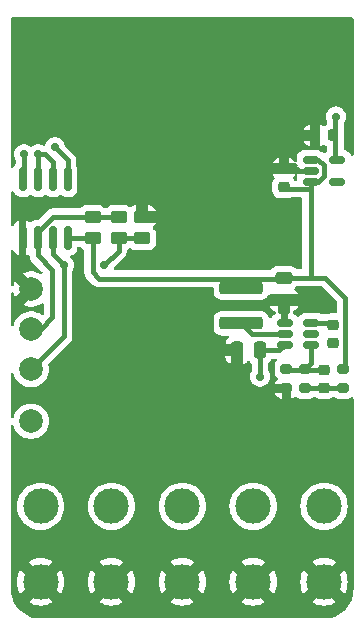
<source format=gbr>
%TF.GenerationSoftware,KiCad,Pcbnew,8.0.8*%
%TF.CreationDate,2025-02-27T22:45:34+01:00*%
%TF.ProjectId,BB_LED_Tube,42425f4c-4544-45f5-9475-62652e6b6963,rev?*%
%TF.SameCoordinates,Original*%
%TF.FileFunction,Copper,L1,Top*%
%TF.FilePolarity,Positive*%
%FSLAX46Y46*%
G04 Gerber Fmt 4.6, Leading zero omitted, Abs format (unit mm)*
G04 Created by KiCad (PCBNEW 8.0.8) date 2025-02-27 22:45:34*
%MOMM*%
%LPD*%
G01*
G04 APERTURE LIST*
G04 Aperture macros list*
%AMRoundRect*
0 Rectangle with rounded corners*
0 $1 Rounding radius*
0 $2 $3 $4 $5 $6 $7 $8 $9 X,Y pos of 4 corners*
0 Add a 4 corners polygon primitive as box body*
4,1,4,$2,$3,$4,$5,$6,$7,$8,$9,$2,$3,0*
0 Add four circle primitives for the rounded corners*
1,1,$1+$1,$2,$3*
1,1,$1+$1,$4,$5*
1,1,$1+$1,$6,$7*
1,1,$1+$1,$8,$9*
0 Add four rect primitives between the rounded corners*
20,1,$1+$1,$2,$3,$4,$5,0*
20,1,$1+$1,$4,$5,$6,$7,0*
20,1,$1+$1,$6,$7,$8,$9,0*
20,1,$1+$1,$8,$9,$2,$3,0*%
G04 Aperture macros list end*
%TA.AperFunction,SMDPad,CuDef*%
%ADD10RoundRect,0.250000X1.600000X-0.300000X1.600000X0.300000X-1.600000X0.300000X-1.600000X-0.300000X0*%
%TD*%
%TA.AperFunction,SMDPad,CuDef*%
%ADD11RoundRect,0.225000X0.225000X0.250000X-0.225000X0.250000X-0.225000X-0.250000X0.225000X-0.250000X0*%
%TD*%
%TA.AperFunction,SMDPad,CuDef*%
%ADD12RoundRect,0.225000X0.250000X-0.225000X0.250000X0.225000X-0.250000X0.225000X-0.250000X-0.225000X0*%
%TD*%
%TA.AperFunction,ComponentPad*%
%ADD13C,3.000000*%
%TD*%
%TA.AperFunction,ComponentPad*%
%ADD14C,2.000000*%
%TD*%
%TA.AperFunction,SMDPad,CuDef*%
%ADD15RoundRect,0.200000X-0.275000X0.200000X-0.275000X-0.200000X0.275000X-0.200000X0.275000X0.200000X0*%
%TD*%
%TA.AperFunction,SMDPad,CuDef*%
%ADD16RoundRect,0.250000X-0.450000X0.262500X-0.450000X-0.262500X0.450000X-0.262500X0.450000X0.262500X0*%
%TD*%
%TA.AperFunction,SMDPad,CuDef*%
%ADD17RoundRect,0.250000X0.250000X0.475000X-0.250000X0.475000X-0.250000X-0.475000X0.250000X-0.475000X0*%
%TD*%
%TA.AperFunction,SMDPad,CuDef*%
%ADD18RoundRect,0.150000X-0.512500X-0.150000X0.512500X-0.150000X0.512500X0.150000X-0.512500X0.150000X0*%
%TD*%
%TA.AperFunction,SMDPad,CuDef*%
%ADD19RoundRect,0.150000X-0.150000X0.825000X-0.150000X-0.825000X0.150000X-0.825000X0.150000X0.825000X0*%
%TD*%
%TA.AperFunction,SMDPad,CuDef*%
%ADD20RoundRect,0.250000X-0.475000X0.250000X-0.475000X-0.250000X0.475000X-0.250000X0.475000X0.250000X0*%
%TD*%
%TA.AperFunction,SMDPad,CuDef*%
%ADD21RoundRect,0.225000X-0.250000X0.225000X-0.250000X-0.225000X0.250000X-0.225000X0.250000X0.225000X0*%
%TD*%
%TA.AperFunction,SMDPad,CuDef*%
%ADD22RoundRect,0.250000X0.450000X-0.262500X0.450000X0.262500X-0.450000X0.262500X-0.450000X-0.262500X0*%
%TD*%
%TA.AperFunction,SMDPad,CuDef*%
%ADD23RoundRect,0.200000X0.275000X-0.200000X0.275000X0.200000X-0.275000X0.200000X-0.275000X-0.200000X0*%
%TD*%
%TA.AperFunction,HeatsinkPad*%
%ADD24C,0.600000*%
%TD*%
%TA.AperFunction,ViaPad*%
%ADD25C,0.700000*%
%TD*%
%TA.AperFunction,Conductor*%
%ADD26C,0.400000*%
%TD*%
G04 APERTURE END LIST*
D10*
%TO.P,L1,1*%
%TO.N,Net-(U4-SW)*%
X76600000Y-114015000D03*
%TO.P,L1,2*%
%TO.N,+5V*%
X76600000Y-111015000D03*
%TD*%
D11*
%TO.P,C3,1*%
%TO.N,+3V3*%
X84375000Y-98115000D03*
%TO.P,C3,2*%
%TO.N,GND*%
X82825000Y-98115000D03*
%TD*%
D12*
%TO.P,C2,1*%
%TO.N,+5V*%
X80200000Y-102490000D03*
%TO.P,C2,2*%
%TO.N,GND*%
X80200000Y-100940000D03*
%TD*%
D13*
%TO.P,GND4,1,1*%
%TO.N,GND*%
X71600000Y-135915000D03*
%TD*%
D14*
%TO.P,DMX_B1,1,1*%
%TO.N,/DMX B*%
X58800000Y-117915000D03*
%TD*%
D13*
%TO.P,GND5,1,1*%
%TO.N,GND*%
X77600000Y-135915000D03*
%TD*%
D15*
%TO.P,R5,1*%
%TO.N,+5V*%
X85200000Y-117890000D03*
%TO.P,R5,2*%
%TO.N,Net-(C6-Pad1)*%
X85200000Y-119540000D03*
%TD*%
D13*
%TO.P,GND2,1,1*%
%TO.N,GND*%
X59600000Y-135915000D03*
%TD*%
%TO.P,VCC5,1,1*%
%TO.N,VCC*%
X77600000Y-129515000D03*
%TD*%
D12*
%TO.P,C6,1*%
%TO.N,Net-(C6-Pad1)*%
X83600000Y-119490000D03*
%TO.P,C6,2*%
%TO.N,Net-(U4-FB)*%
X83600000Y-117940000D03*
%TD*%
D13*
%TO.P,GND3,1,1*%
%TO.N,GND*%
X65600000Y-135915000D03*
%TD*%
D15*
%TO.P,R7,1*%
%TO.N,Net-(U4-FB)*%
X80400000Y-117890000D03*
%TO.P,R7,2*%
%TO.N,GND*%
X80400000Y-119540000D03*
%TD*%
D16*
%TO.P,R3,1*%
%TO.N,/DMX A*%
X66200000Y-105002500D03*
%TO.P,R3,2*%
%TO.N,/DMX B*%
X66200000Y-106827500D03*
%TD*%
D17*
%TO.P,C4,1*%
%TO.N,VCC*%
X78150000Y-116315000D03*
%TO.P,C4,2*%
%TO.N,GND*%
X76250000Y-116315000D03*
%TD*%
D18*
%TO.P,U2,1,VIN*%
%TO.N,+5V*%
X82462500Y-100165000D03*
%TO.P,U2,2,GND*%
%TO.N,GND*%
X82462500Y-101115000D03*
%TO.P,U2,3,EN*%
%TO.N,+5V*%
X82462500Y-102065000D03*
%TO.P,U2,4,NC*%
%TO.N,unconnected-(U2-NC-Pad4)*%
X84737500Y-102065000D03*
%TO.P,U2,5,VOUT*%
%TO.N,+3V3*%
X84737500Y-100165000D03*
%TD*%
D19*
%TO.P,U3,1,RO*%
%TO.N,DMX RX*%
X61905000Y-101840000D03*
%TO.P,U3,2,~{RE}*%
%TO.N,DMX EN*%
X60635000Y-101840000D03*
%TO.P,U3,3,DE*%
X59365000Y-101840000D03*
%TO.P,U3,4,DI*%
%TO.N,DMX TX*%
X58095000Y-101840000D03*
%TO.P,U3,5,GND*%
%TO.N,GND*%
X58095000Y-106790000D03*
%TO.P,U3,6,A*%
%TO.N,/DMX A*%
X59365000Y-106790000D03*
%TO.P,U3,7,B*%
%TO.N,/DMX B*%
X60635000Y-106790000D03*
%TO.P,U3,8,VCC*%
%TO.N,+5V*%
X61905000Y-106790000D03*
%TD*%
D20*
%TO.P,C7,1*%
%TO.N,+5V*%
X80200000Y-110165000D03*
%TO.P,C7,2*%
%TO.N,GND*%
X80200000Y-112065000D03*
%TD*%
D13*
%TO.P,VCC3,1,1*%
%TO.N,VCC*%
X65600000Y-129515000D03*
%TD*%
D14*
%TO.P,LED_Data1,1,1*%
%TO.N,/LED_Data*%
X58800000Y-122315000D03*
%TD*%
D13*
%TO.P,VCC1,1,1*%
%TO.N,VCC*%
X83600000Y-129515000D03*
%TD*%
D14*
%TO.P,GND6,1,1*%
%TO.N,GND*%
X58800000Y-111115000D03*
%TD*%
D21*
%TO.P,C5,1*%
%TO.N,Net-(U4-BOOT)*%
X84400000Y-114140000D03*
%TO.P,C5,2*%
%TO.N,Net-(U4-SW)*%
X84400000Y-115690000D03*
%TD*%
D22*
%TO.P,R2,1*%
%TO.N,+5V*%
X64000000Y-106827500D03*
%TO.P,R2,2*%
%TO.N,/DMX A*%
X64000000Y-105002500D03*
%TD*%
D23*
%TO.P,R6,1*%
%TO.N,Net-(C6-Pad1)*%
X82000000Y-119540000D03*
%TO.P,R6,2*%
%TO.N,Net-(U4-FB)*%
X82000000Y-117890000D03*
%TD*%
D13*
%TO.P,VCC2,1,1*%
%TO.N,VCC*%
X59600000Y-129515000D03*
%TD*%
%TO.P,GND1,1,1*%
%TO.N,GND*%
X83600000Y-135915000D03*
%TD*%
%TO.P,VCC4,1,1*%
%TO.N,VCC*%
X71600000Y-129515000D03*
%TD*%
D18*
%TO.P,U4,1,GND*%
%TO.N,GND*%
X80262500Y-113965000D03*
%TO.P,U4,2,SW*%
%TO.N,Net-(U4-SW)*%
X80262500Y-114915000D03*
%TO.P,U4,3,VIN*%
%TO.N,VCC*%
X80262500Y-115865000D03*
%TO.P,U4,4,FB*%
%TO.N,Net-(U4-FB)*%
X82537500Y-115865000D03*
%TO.P,U4,5,EN*%
%TO.N,unconnected-(U4-EN-Pad5)*%
X82537500Y-114915000D03*
%TO.P,U4,6,BOOT*%
%TO.N,Net-(U4-BOOT)*%
X82537500Y-113965000D03*
%TD*%
D14*
%TO.P,DMX_A1,1,1*%
%TO.N,/DMX A*%
X58800000Y-114515000D03*
%TD*%
D22*
%TO.P,R4,1*%
%TO.N,/DMX B*%
X68200000Y-106827500D03*
%TO.P,R4,2*%
%TO.N,GND*%
X68200000Y-105002500D03*
%TD*%
D24*
%TO.P,U1,39,GND*%
%TO.N,GND*%
X73805000Y-97767500D03*
X73805000Y-96242500D03*
X73042500Y-98530000D03*
X73042500Y-97005000D03*
X73042500Y-95480000D03*
X72280000Y-97767500D03*
X72280000Y-96242500D03*
X71517500Y-98530000D03*
X71517500Y-97005000D03*
X71517500Y-95480000D03*
X70755000Y-97767500D03*
X70755000Y-96242500D03*
%TD*%
D25*
%TO.N,GND*%
X78600000Y-104715000D03*
X75800000Y-119315000D03*
X75800000Y-120315000D03*
X78600000Y-89715000D03*
X76800000Y-119315000D03*
X85200000Y-89115000D03*
X84200000Y-89115000D03*
X74800000Y-119315000D03*
X69400000Y-113915000D03*
X65400000Y-119315000D03*
X77600000Y-104715000D03*
X66400000Y-119315000D03*
X69400000Y-112915000D03*
X70400000Y-111915000D03*
X61000000Y-89715000D03*
X60000000Y-89715000D03*
X69400000Y-111915000D03*
X66400000Y-120315000D03*
X65400000Y-120315000D03*
X67400000Y-119315000D03*
X81800000Y-112515000D03*
X61000000Y-90715000D03*
X70400000Y-113915000D03*
X74800000Y-120315000D03*
X60000000Y-90715000D03*
X78600000Y-90715000D03*
X67400000Y-120315000D03*
X58200000Y-104915000D03*
X76800000Y-120315000D03*
X58200000Y-103915000D03*
X81800000Y-111515000D03*
X78600000Y-103715000D03*
X77600000Y-103715000D03*
X70400000Y-112915000D03*
%TO.N,+3V3*%
X84600000Y-96515000D03*
%TO.N,DMX RX*%
X60800000Y-99115000D03*
%TO.N,DMX EN*%
X59400000Y-99715000D03*
%TO.N,DMX TX*%
X58200000Y-99715000D03*
%TO.N,VCC*%
X78182018Y-118532982D03*
%TO.N,/DMX B*%
X61600000Y-109115000D03*
X65000000Y-109115000D03*
%TD*%
D26*
%TO.N,Net-(U4-SW)*%
X80262500Y-114915000D02*
X77500000Y-114915000D01*
X77500000Y-114915000D02*
X76600000Y-114015000D01*
%TO.N,+5V*%
X76400000Y-110240000D02*
X75600000Y-110240000D01*
X76400000Y-110240000D02*
X76400000Y-110815000D01*
X80125000Y-110240000D02*
X76400000Y-110240000D01*
X76400000Y-110815000D02*
X76600000Y-111015000D01*
X75600000Y-110240000D02*
X64525000Y-110240000D01*
X64000000Y-109715000D02*
X64500000Y-110215000D01*
X80200000Y-110165000D02*
X80125000Y-110240000D01*
X64525000Y-110240000D02*
X64500000Y-110215000D01*
%TO.N,VCC*%
X78182018Y-118532982D02*
X78182018Y-116347018D01*
X78182018Y-116347018D02*
X78150000Y-116315000D01*
X78150000Y-116315000D02*
X79812500Y-116315000D01*
X79812500Y-116315000D02*
X80262500Y-115865000D01*
%TO.N,GND*%
X82462500Y-101115000D02*
X80375000Y-101115000D01*
X80375000Y-101115000D02*
X80200000Y-100940000D01*
%TO.N,+3V3*%
X84550000Y-99977500D02*
X84737500Y-100165000D01*
X84550000Y-98115000D02*
X84550000Y-99977500D01*
X84550000Y-98115000D02*
X84550000Y-96565000D01*
X84550000Y-96565000D02*
X84600000Y-96515000D01*
%TO.N,DMX RX*%
X61905000Y-101840000D02*
X61905000Y-100220000D01*
X61905000Y-100220000D02*
X60800000Y-99115000D01*
%TO.N,+5V*%
X80200000Y-110165000D02*
X82600000Y-110165000D01*
X85400000Y-117690000D02*
X85200000Y-117890000D01*
X83650000Y-110165000D02*
X85400000Y-111915000D01*
X80400000Y-102665000D02*
X82412500Y-102665000D01*
X83600000Y-100640001D02*
X83600000Y-101589999D01*
X82462500Y-100165000D02*
X83124999Y-100165000D01*
X64000000Y-106827500D02*
X64000000Y-106915000D01*
X82462500Y-102715000D02*
X82462500Y-110027500D01*
X64000000Y-106827500D02*
X61942500Y-106827500D01*
X82412500Y-102665000D02*
X82462500Y-102715000D01*
X83124999Y-100165000D02*
X83600000Y-100640001D01*
X82600000Y-110165000D02*
X83650000Y-110165000D01*
X83600000Y-101589999D02*
X83124999Y-102065000D01*
X85400000Y-111915000D02*
X85400000Y-117690000D01*
X82462500Y-110027500D02*
X82600000Y-110165000D01*
X83124999Y-102065000D02*
X82462500Y-102065000D01*
X61942500Y-106827500D02*
X61905000Y-106790000D01*
X82462500Y-102065000D02*
X82462500Y-102715000D01*
%TO.N,DMX EN*%
X60635000Y-101840000D02*
X60635000Y-100350000D01*
X59400000Y-99715000D02*
X59400000Y-101805000D01*
X60635000Y-100350000D02*
X60000000Y-99715000D01*
X59400000Y-101805000D02*
X59365000Y-101840000D01*
X60000000Y-99715000D02*
X59400000Y-99715000D01*
%TO.N,DMX TX*%
X58200000Y-101735000D02*
X58095000Y-101840000D01*
X58200000Y-99715000D02*
X58200000Y-101735000D01*
%TO.N,Net-(U4-BOOT)*%
X82537500Y-113965000D02*
X84225000Y-113965000D01*
X84225000Y-113965000D02*
X84400000Y-114140000D01*
%TO.N,Net-(U4-FB)*%
X82537500Y-117352500D02*
X82000000Y-117890000D01*
X83635000Y-117940000D02*
X83685000Y-117890000D01*
X80400000Y-117940000D02*
X83635000Y-117940000D01*
X82537500Y-115865000D02*
X82537500Y-117352500D01*
%TO.N,Net-(C6-Pad1)*%
X82025000Y-119540000D02*
X85400000Y-119540000D01*
X82000000Y-119540000D02*
X82000000Y-119515000D01*
X82000000Y-119515000D02*
X82025000Y-119540000D01*
%TO.N,/DMX A*%
X58800000Y-114515000D02*
X59600000Y-114515000D01*
X60600000Y-109515000D02*
X59365000Y-108280000D01*
X59365000Y-106790000D02*
X59365000Y-106303026D01*
X60600000Y-113515000D02*
X60600000Y-109515000D01*
X60665526Y-105002500D02*
X66200000Y-105002500D01*
X59600000Y-114515000D02*
X60600000Y-113515000D01*
X59365000Y-106303026D02*
X60665526Y-105002500D01*
X59365000Y-108280000D02*
X59365000Y-106790000D01*
%TO.N,/DMX B*%
X66200000Y-107915000D02*
X65000000Y-109115000D01*
X66200000Y-106827500D02*
X66200000Y-107915000D01*
X58800000Y-117915000D02*
X61600000Y-115115000D01*
X60600000Y-106825000D02*
X60635000Y-106790000D01*
X60635000Y-108150000D02*
X60635000Y-106790000D01*
X61600000Y-115115000D02*
X61600000Y-109115000D01*
X61600000Y-109115000D02*
X60635000Y-108150000D01*
X68200000Y-106827500D02*
X66200000Y-106827500D01*
%TO.N,+5V*%
X64000000Y-106827500D02*
X64000000Y-109715000D01*
X79900000Y-110465000D02*
X80200000Y-110165000D01*
%TD*%
%TA.AperFunction,Conductor*%
%TO.N,GND*%
G36*
X62942309Y-107547685D02*
G01*
X62962951Y-107564319D01*
X63081344Y-107682712D01*
X63230666Y-107774814D01*
X63230667Y-107774814D01*
X63236813Y-107778605D01*
X63235706Y-107780399D01*
X63280337Y-107819687D01*
X63299500Y-107885908D01*
X63299500Y-109646006D01*
X63299500Y-109783994D01*
X63299500Y-109783996D01*
X63299499Y-109783996D01*
X63326418Y-109919322D01*
X63326421Y-109919332D01*
X63379222Y-110046807D01*
X63455887Y-110161545D01*
X64057779Y-110763437D01*
X64057799Y-110763455D01*
X64078455Y-110784112D01*
X64078458Y-110784114D01*
X64193182Y-110860771D01*
X64193186Y-110860773D01*
X64193189Y-110860775D01*
X64267866Y-110891707D01*
X64267867Y-110891707D01*
X64267869Y-110891709D01*
X64314481Y-110911016D01*
X64320671Y-110913580D01*
X64330324Y-110915500D01*
X64363037Y-110922007D01*
X64456004Y-110940500D01*
X64456007Y-110940500D01*
X74125500Y-110940500D01*
X74192539Y-110960185D01*
X74238294Y-111012989D01*
X74249500Y-111064500D01*
X74249500Y-111365000D01*
X74249501Y-111365019D01*
X74260000Y-111467796D01*
X74260001Y-111467799D01*
X74275675Y-111515099D01*
X74315186Y-111634334D01*
X74407288Y-111783656D01*
X74531344Y-111907712D01*
X74680666Y-111999814D01*
X74847203Y-112054999D01*
X74949991Y-112065500D01*
X78250008Y-112065499D01*
X78352797Y-112054999D01*
X78519334Y-111999814D01*
X78668656Y-111907712D01*
X78792712Y-111783656D01*
X78884814Y-111634334D01*
X78884815Y-111634331D01*
X78888605Y-111628187D01*
X78890261Y-111629208D01*
X78929939Y-111584152D01*
X78996142Y-111565000D01*
X81382262Y-111565000D01*
X81359358Y-111495879D01*
X81267315Y-111346654D01*
X81143344Y-111222683D01*
X81143341Y-111222681D01*
X81140339Y-111220829D01*
X81138713Y-111219021D01*
X81137677Y-111218202D01*
X81137817Y-111218024D01*
X81093617Y-111168880D01*
X81082397Y-111099917D01*
X81110243Y-111035836D01*
X81140344Y-111009754D01*
X81143656Y-111007712D01*
X81249550Y-110901818D01*
X81310873Y-110868334D01*
X81337231Y-110865500D01*
X82531007Y-110865500D01*
X83308481Y-110865500D01*
X83375520Y-110885185D01*
X83396162Y-110901819D01*
X84663181Y-112168838D01*
X84696666Y-112230161D01*
X84699500Y-112256519D01*
X84699500Y-113065500D01*
X84679815Y-113132539D01*
X84627011Y-113178294D01*
X84575500Y-113189500D01*
X84101662Y-113189500D01*
X84101644Y-113189501D01*
X84002292Y-113199650D01*
X84002289Y-113199651D01*
X83890469Y-113236705D01*
X83841303Y-113252997D01*
X83841301Y-113252997D01*
X83834448Y-113255269D01*
X83834197Y-113254512D01*
X83789145Y-113264500D01*
X83430969Y-113264500D01*
X83367848Y-113247232D01*
X83366346Y-113246344D01*
X83310398Y-113213256D01*
X83310397Y-113213255D01*
X83310396Y-113213255D01*
X83310393Y-113213254D01*
X83152573Y-113167402D01*
X83152567Y-113167401D01*
X83115701Y-113164500D01*
X83115694Y-113164500D01*
X81959306Y-113164500D01*
X81959298Y-113164500D01*
X81922432Y-113167401D01*
X81922426Y-113167402D01*
X81764606Y-113213254D01*
X81764603Y-113213255D01*
X81623137Y-113296917D01*
X81623129Y-113296923D01*
X81506923Y-113413129D01*
X81506913Y-113413142D01*
X81506434Y-113413953D01*
X81505893Y-113414457D01*
X81502139Y-113419298D01*
X81501357Y-113418691D01*
X81455360Y-113461631D01*
X81386617Y-113474127D01*
X81322030Y-113447474D01*
X81297716Y-113419410D01*
X81297463Y-113419607D01*
X81293841Y-113414937D01*
X81292976Y-113413939D01*
X81292685Y-113413447D01*
X81292678Y-113413438D01*
X81176561Y-113297321D01*
X81176552Y-113297314D01*
X81035196Y-113213717D01*
X81028035Y-113210618D01*
X81029019Y-113208343D01*
X80980413Y-113177291D01*
X80951217Y-113113813D01*
X80960974Y-113044628D01*
X81006587Y-112991701D01*
X81008811Y-112990297D01*
X81143343Y-112907317D01*
X81267315Y-112783345D01*
X81359358Y-112634120D01*
X81382263Y-112565000D01*
X80700000Y-112565000D01*
X80700000Y-113071000D01*
X80680315Y-113138039D01*
X80627511Y-113183794D01*
X80576000Y-113195000D01*
X80562500Y-113195000D01*
X80562500Y-113841000D01*
X80542815Y-113908039D01*
X80490011Y-113953794D01*
X80438500Y-113965000D01*
X80086500Y-113965000D01*
X80019461Y-113945315D01*
X79973706Y-113892511D01*
X79962500Y-113841000D01*
X79962500Y-113195000D01*
X79824000Y-113195000D01*
X79756961Y-113175315D01*
X79711206Y-113122511D01*
X79700000Y-113071000D01*
X79700000Y-112565000D01*
X79017737Y-112565000D01*
X79040641Y-112634120D01*
X79132684Y-112783345D01*
X79256654Y-112907315D01*
X79405875Y-112999356D01*
X79405880Y-112999358D01*
X79433287Y-113008440D01*
X79490732Y-113048213D01*
X79517555Y-113112728D01*
X79505240Y-113181504D01*
X79457697Y-113232704D01*
X79457404Y-113232878D01*
X79348447Y-113297314D01*
X79348438Y-113297321D01*
X79232321Y-113413438D01*
X79232317Y-113413444D01*
X79152098Y-113549086D01*
X79101028Y-113596769D01*
X79032287Y-113609272D01*
X78967697Y-113582626D01*
X78927768Y-113525292D01*
X78884814Y-113395666D01*
X78792712Y-113246344D01*
X78668656Y-113122288D01*
X78548561Y-113048213D01*
X78519336Y-113030187D01*
X78519331Y-113030185D01*
X78517862Y-113029698D01*
X78352797Y-112975001D01*
X78352795Y-112975000D01*
X78250010Y-112964500D01*
X74949998Y-112964500D01*
X74949981Y-112964501D01*
X74847203Y-112975000D01*
X74847200Y-112975001D01*
X74680668Y-113030185D01*
X74680663Y-113030187D01*
X74531342Y-113122289D01*
X74407289Y-113246342D01*
X74315187Y-113395663D01*
X74315185Y-113395668D01*
X74298018Y-113447474D01*
X74260001Y-113562203D01*
X74260001Y-113562204D01*
X74260000Y-113562204D01*
X74249500Y-113664983D01*
X74249500Y-114365001D01*
X74249501Y-114365019D01*
X74260000Y-114467796D01*
X74260001Y-114467799D01*
X74315185Y-114634331D01*
X74315186Y-114634334D01*
X74407288Y-114783656D01*
X74531344Y-114907712D01*
X74680666Y-114999814D01*
X74847203Y-115054999D01*
X74949991Y-115065500D01*
X75414479Y-115065499D01*
X75481516Y-115085183D01*
X75527271Y-115137987D01*
X75537215Y-115207146D01*
X75508190Y-115270702D01*
X75502159Y-115277180D01*
X75407682Y-115371657D01*
X75315643Y-115520875D01*
X75315641Y-115520880D01*
X75260494Y-115687302D01*
X75260493Y-115687309D01*
X75250000Y-115790013D01*
X75250000Y-115815000D01*
X76126000Y-115815000D01*
X76193039Y-115834685D01*
X76238794Y-115887489D01*
X76250000Y-115939000D01*
X76250000Y-116315000D01*
X76626000Y-116315000D01*
X76693039Y-116334685D01*
X76738794Y-116387489D01*
X76750000Y-116439000D01*
X76750000Y-117497262D01*
X76819118Y-117474359D01*
X76968345Y-117382315D01*
X77092318Y-117258342D01*
X77094165Y-117255348D01*
X77095969Y-117253724D01*
X77096798Y-117252677D01*
X77096976Y-117252818D01*
X77146110Y-117208621D01*
X77215073Y-117197396D01*
X77279156Y-117225236D01*
X77305243Y-117255341D01*
X77307288Y-117258656D01*
X77431344Y-117382712D01*
X77431348Y-117382714D01*
X77434427Y-117385149D01*
X77435994Y-117387362D01*
X77436451Y-117387819D01*
X77436372Y-117387897D01*
X77474805Y-117442170D01*
X77481518Y-117482417D01*
X77481518Y-118012057D01*
X77464905Y-118074057D01*
X77400768Y-118185145D01*
X77345522Y-118355174D01*
X77345521Y-118355176D01*
X77326833Y-118532982D01*
X77345521Y-118710787D01*
X77345522Y-118710789D01*
X77400765Y-118880811D01*
X77400768Y-118880817D01*
X77490159Y-119035647D01*
X77531830Y-119081928D01*
X77609782Y-119168503D01*
X77609785Y-119168505D01*
X77609788Y-119168508D01*
X77754425Y-119273594D01*
X77917751Y-119346311D01*
X78092627Y-119383482D01*
X78092628Y-119383482D01*
X78271407Y-119383482D01*
X78271409Y-119383482D01*
X78446285Y-119346311D01*
X78609611Y-119273594D01*
X78754248Y-119168508D01*
X78762193Y-119159685D01*
X78780166Y-119139723D01*
X78873877Y-119035647D01*
X78963268Y-118880817D01*
X79018515Y-118710785D01*
X79037203Y-118532982D01*
X79018515Y-118355179D01*
X78963268Y-118185147D01*
X78950373Y-118162812D01*
X78899131Y-118074057D01*
X78882518Y-118012057D01*
X78882518Y-117420212D01*
X78902203Y-117353173D01*
X78918837Y-117332531D01*
X78992712Y-117258656D01*
X79084814Y-117109334D01*
X79087744Y-117100493D01*
X79127518Y-117043049D01*
X79192035Y-117016228D01*
X79205449Y-117015500D01*
X79509480Y-117015500D01*
X79576519Y-117035185D01*
X79622274Y-117087989D01*
X79632218Y-117157147D01*
X79603193Y-117220703D01*
X79597161Y-117227181D01*
X79569531Y-117254810D01*
X79569530Y-117254811D01*
X79481522Y-117400393D01*
X79430913Y-117562807D01*
X79424500Y-117633386D01*
X79424500Y-118146613D01*
X79430913Y-118217192D01*
X79430913Y-118217194D01*
X79430914Y-118217196D01*
X79460142Y-118310993D01*
X79481522Y-118379606D01*
X79569530Y-118525188D01*
X79672015Y-118627673D01*
X79705500Y-118688996D01*
X79700516Y-118758688D01*
X79672015Y-118803035D01*
X79569928Y-118905121D01*
X79569927Y-118905122D01*
X79481981Y-119050603D01*
X79481979Y-119050607D01*
X79454123Y-119139999D01*
X79454124Y-119140000D01*
X80276000Y-119140000D01*
X80343039Y-119159685D01*
X80388794Y-119212489D01*
X80400000Y-119264000D01*
X80400000Y-119540000D01*
X80676000Y-119540000D01*
X80743039Y-119559685D01*
X80788794Y-119612489D01*
X80800000Y-119664000D01*
X80800000Y-120433781D01*
X80802110Y-120433589D01*
X80964396Y-120383018D01*
X81109876Y-120295073D01*
X81111959Y-120292990D01*
X81113862Y-120291950D01*
X81115783Y-120290446D01*
X81116032Y-120290765D01*
X81173280Y-120259501D01*
X81242972Y-120264480D01*
X81287330Y-120292987D01*
X81289815Y-120295472D01*
X81435394Y-120383478D01*
X81597804Y-120434086D01*
X81668384Y-120440500D01*
X81668387Y-120440500D01*
X82331613Y-120440500D01*
X82331616Y-120440500D01*
X82402196Y-120434086D01*
X82564606Y-120383478D01*
X82710185Y-120295472D01*
X82719637Y-120286019D01*
X82780956Y-120252532D01*
X82850648Y-120257511D01*
X82891219Y-120283583D01*
X82891293Y-120283490D01*
X82892243Y-120284241D01*
X82895003Y-120286015D01*
X82896955Y-120287967D01*
X82896959Y-120287970D01*
X83041294Y-120376998D01*
X83041297Y-120376999D01*
X83041303Y-120377003D01*
X83202292Y-120430349D01*
X83301655Y-120440500D01*
X83898344Y-120440499D01*
X83898352Y-120440498D01*
X83898355Y-120440498D01*
X83965990Y-120433589D01*
X83997708Y-120430349D01*
X84158697Y-120377003D01*
X84303044Y-120287968D01*
X84304992Y-120286019D01*
X84306658Y-120285109D01*
X84308707Y-120283490D01*
X84308983Y-120283839D01*
X84366310Y-120252532D01*
X84436002Y-120257511D01*
X84480361Y-120286018D01*
X84489812Y-120295469D01*
X84489811Y-120295469D01*
X84489813Y-120295470D01*
X84489815Y-120295472D01*
X84635394Y-120383478D01*
X84797804Y-120434086D01*
X84868384Y-120440500D01*
X84868387Y-120440500D01*
X85531613Y-120440500D01*
X85531616Y-120440500D01*
X85602196Y-120434086D01*
X85764606Y-120383478D01*
X85910185Y-120295472D01*
X85910186Y-120295470D01*
X85911350Y-120294767D01*
X85978904Y-120276931D01*
X86045378Y-120298448D01*
X86089666Y-120352489D01*
X86099500Y-120400884D01*
X86099500Y-136511249D01*
X86099274Y-136518736D01*
X86081728Y-136808794D01*
X86079923Y-136823659D01*
X86028219Y-137105798D01*
X86024635Y-137120336D01*
X85939306Y-137394167D01*
X85933997Y-137408168D01*
X85816275Y-137669736D01*
X85809316Y-137682995D01*
X85660928Y-137928459D01*
X85652422Y-137940782D01*
X85475526Y-138166573D01*
X85465596Y-138177781D01*
X85262781Y-138380596D01*
X85251573Y-138390526D01*
X85025782Y-138567422D01*
X85013459Y-138575928D01*
X84767995Y-138724316D01*
X84754736Y-138731275D01*
X84493168Y-138848997D01*
X84479167Y-138854306D01*
X84205336Y-138939635D01*
X84190798Y-138943219D01*
X83908659Y-138994923D01*
X83893794Y-138996728D01*
X83603736Y-139014274D01*
X83596249Y-139014500D01*
X59603751Y-139014500D01*
X59596264Y-139014274D01*
X59306205Y-138996728D01*
X59291340Y-138994923D01*
X59009201Y-138943219D01*
X58994663Y-138939635D01*
X58720832Y-138854306D01*
X58706831Y-138848997D01*
X58445263Y-138731275D01*
X58432004Y-138724316D01*
X58186540Y-138575928D01*
X58174217Y-138567422D01*
X57948426Y-138390526D01*
X57937218Y-138380596D01*
X57734403Y-138177781D01*
X57724473Y-138166573D01*
X57547573Y-137940776D01*
X57539075Y-137928465D01*
X57390680Y-137682989D01*
X57383727Y-137669743D01*
X57266000Y-137408163D01*
X57260693Y-137394167D01*
X57175364Y-137120336D01*
X57171780Y-137105798D01*
X57120076Y-136823659D01*
X57118271Y-136808794D01*
X57100726Y-136518736D01*
X57100500Y-136511249D01*
X57100500Y-135914998D01*
X57594891Y-135914998D01*
X57594891Y-135915001D01*
X57615300Y-136200362D01*
X57676109Y-136479895D01*
X57776091Y-136747958D01*
X57876341Y-136931550D01*
X58850000Y-135957892D01*
X58850000Y-135988869D01*
X58878822Y-136133767D01*
X58935359Y-136270258D01*
X59017437Y-136393097D01*
X59121903Y-136497563D01*
X59244742Y-136579641D01*
X59381233Y-136636178D01*
X59526131Y-136665000D01*
X59557106Y-136665000D01*
X58583448Y-137638657D01*
X58583448Y-137638658D01*
X58767042Y-137738908D01*
X58767041Y-137738908D01*
X59035104Y-137838890D01*
X59314637Y-137899699D01*
X59599999Y-137920109D01*
X59600001Y-137920109D01*
X59885362Y-137899699D01*
X60164895Y-137838890D01*
X60432957Y-137738908D01*
X60616550Y-137638658D01*
X60616550Y-137638657D01*
X59642895Y-136665000D01*
X59673869Y-136665000D01*
X59818767Y-136636178D01*
X59955258Y-136579641D01*
X60078097Y-136497563D01*
X60182563Y-136393097D01*
X60264641Y-136270258D01*
X60321178Y-136133767D01*
X60350000Y-135988869D01*
X60350000Y-135957893D01*
X61323657Y-136931550D01*
X61323658Y-136931550D01*
X61423908Y-136747957D01*
X61523890Y-136479895D01*
X61584699Y-136200362D01*
X61605109Y-135915001D01*
X61605109Y-135914998D01*
X63594891Y-135914998D01*
X63594891Y-135915001D01*
X63615300Y-136200362D01*
X63676109Y-136479895D01*
X63776091Y-136747958D01*
X63876341Y-136931550D01*
X64850000Y-135957892D01*
X64850000Y-135988869D01*
X64878822Y-136133767D01*
X64935359Y-136270258D01*
X65017437Y-136393097D01*
X65121903Y-136497563D01*
X65244742Y-136579641D01*
X65381233Y-136636178D01*
X65526131Y-136665000D01*
X65557106Y-136665000D01*
X64583448Y-137638657D01*
X64583448Y-137638658D01*
X64767042Y-137738908D01*
X64767041Y-137738908D01*
X65035104Y-137838890D01*
X65314637Y-137899699D01*
X65599999Y-137920109D01*
X65600001Y-137920109D01*
X65885362Y-137899699D01*
X66164895Y-137838890D01*
X66432957Y-137738908D01*
X66616550Y-137638658D01*
X66616550Y-137638657D01*
X65642895Y-136665000D01*
X65673869Y-136665000D01*
X65818767Y-136636178D01*
X65955258Y-136579641D01*
X66078097Y-136497563D01*
X66182563Y-136393097D01*
X66264641Y-136270258D01*
X66321178Y-136133767D01*
X66350000Y-135988869D01*
X66350000Y-135957893D01*
X67323657Y-136931550D01*
X67323658Y-136931550D01*
X67423908Y-136747957D01*
X67523890Y-136479895D01*
X67584699Y-136200362D01*
X67605109Y-135915001D01*
X67605109Y-135914998D01*
X69594891Y-135914998D01*
X69594891Y-135915001D01*
X69615300Y-136200362D01*
X69676109Y-136479895D01*
X69776091Y-136747958D01*
X69876341Y-136931550D01*
X70850000Y-135957892D01*
X70850000Y-135988869D01*
X70878822Y-136133767D01*
X70935359Y-136270258D01*
X71017437Y-136393097D01*
X71121903Y-136497563D01*
X71244742Y-136579641D01*
X71381233Y-136636178D01*
X71526131Y-136665000D01*
X71557106Y-136665000D01*
X70583448Y-137638657D01*
X70583448Y-137638658D01*
X70767042Y-137738908D01*
X70767041Y-137738908D01*
X71035104Y-137838890D01*
X71314637Y-137899699D01*
X71599999Y-137920109D01*
X71600001Y-137920109D01*
X71885362Y-137899699D01*
X72164895Y-137838890D01*
X72432957Y-137738908D01*
X72616550Y-137638658D01*
X72616550Y-137638657D01*
X71642895Y-136665000D01*
X71673869Y-136665000D01*
X71818767Y-136636178D01*
X71955258Y-136579641D01*
X72078097Y-136497563D01*
X72182563Y-136393097D01*
X72264641Y-136270258D01*
X72321178Y-136133767D01*
X72350000Y-135988869D01*
X72350000Y-135957894D01*
X73323657Y-136931550D01*
X73323658Y-136931550D01*
X73423908Y-136747957D01*
X73523890Y-136479895D01*
X73584699Y-136200362D01*
X73605109Y-135915001D01*
X73605109Y-135914998D01*
X75594891Y-135914998D01*
X75594891Y-135915001D01*
X75615300Y-136200362D01*
X75676109Y-136479895D01*
X75776091Y-136747958D01*
X75876341Y-136931550D01*
X76850000Y-135957892D01*
X76850000Y-135988869D01*
X76878822Y-136133767D01*
X76935359Y-136270258D01*
X77017437Y-136393097D01*
X77121903Y-136497563D01*
X77244742Y-136579641D01*
X77381233Y-136636178D01*
X77526131Y-136665000D01*
X77557106Y-136665000D01*
X76583448Y-137638657D01*
X76583448Y-137638658D01*
X76767042Y-137738908D01*
X76767041Y-137738908D01*
X77035104Y-137838890D01*
X77314637Y-137899699D01*
X77599999Y-137920109D01*
X77600001Y-137920109D01*
X77885362Y-137899699D01*
X78164895Y-137838890D01*
X78432957Y-137738908D01*
X78616550Y-137638658D01*
X78616550Y-137638657D01*
X77642895Y-136665000D01*
X77673869Y-136665000D01*
X77818767Y-136636178D01*
X77955258Y-136579641D01*
X78078097Y-136497563D01*
X78182563Y-136393097D01*
X78264641Y-136270258D01*
X78321178Y-136133767D01*
X78350000Y-135988869D01*
X78350000Y-135957893D01*
X79323657Y-136931550D01*
X79323658Y-136931550D01*
X79423908Y-136747957D01*
X79523890Y-136479895D01*
X79584699Y-136200362D01*
X79605109Y-135915001D01*
X79605109Y-135914998D01*
X81594891Y-135914998D01*
X81594891Y-135915001D01*
X81615300Y-136200362D01*
X81676109Y-136479895D01*
X81776091Y-136747958D01*
X81876341Y-136931550D01*
X82850000Y-135957892D01*
X82850000Y-135988869D01*
X82878822Y-136133767D01*
X82935359Y-136270258D01*
X83017437Y-136393097D01*
X83121903Y-136497563D01*
X83244742Y-136579641D01*
X83381233Y-136636178D01*
X83526131Y-136665000D01*
X83557106Y-136665000D01*
X82583448Y-137638657D01*
X82583448Y-137638658D01*
X82767042Y-137738908D01*
X82767041Y-137738908D01*
X83035104Y-137838890D01*
X83314637Y-137899699D01*
X83599999Y-137920109D01*
X83600001Y-137920109D01*
X83885362Y-137899699D01*
X84164895Y-137838890D01*
X84432957Y-137738908D01*
X84616550Y-137638658D01*
X84616550Y-137638657D01*
X83642895Y-136665000D01*
X83673869Y-136665000D01*
X83818767Y-136636178D01*
X83955258Y-136579641D01*
X84078097Y-136497563D01*
X84182563Y-136393097D01*
X84264641Y-136270258D01*
X84321178Y-136133767D01*
X84350000Y-135988869D01*
X84350000Y-135957893D01*
X85323657Y-136931550D01*
X85323658Y-136931550D01*
X85423908Y-136747957D01*
X85523890Y-136479895D01*
X85584699Y-136200362D01*
X85605109Y-135915001D01*
X85605109Y-135914998D01*
X85584699Y-135629637D01*
X85523890Y-135350104D01*
X85423908Y-135082042D01*
X85323657Y-134898448D01*
X84350000Y-135872105D01*
X84350000Y-135841131D01*
X84321178Y-135696233D01*
X84264641Y-135559742D01*
X84182563Y-135436903D01*
X84078097Y-135332437D01*
X83955258Y-135250359D01*
X83818767Y-135193822D01*
X83673869Y-135165000D01*
X83642894Y-135165000D01*
X84616550Y-134191341D01*
X84616550Y-134191340D01*
X84432957Y-134091091D01*
X84432958Y-134091091D01*
X84164895Y-133991109D01*
X83885362Y-133930300D01*
X83600001Y-133909891D01*
X83599999Y-133909891D01*
X83314637Y-133930300D01*
X83035104Y-133991109D01*
X82767041Y-134091091D01*
X82767035Y-134091094D01*
X82583448Y-134191339D01*
X82583448Y-134191341D01*
X83557107Y-135165000D01*
X83526131Y-135165000D01*
X83381233Y-135193822D01*
X83244742Y-135250359D01*
X83121903Y-135332437D01*
X83017437Y-135436903D01*
X82935359Y-135559742D01*
X82878822Y-135696233D01*
X82850000Y-135841131D01*
X82850000Y-135872106D01*
X81876341Y-134898448D01*
X81876339Y-134898448D01*
X81776094Y-135082035D01*
X81776091Y-135082041D01*
X81676109Y-135350104D01*
X81615300Y-135629637D01*
X81594891Y-135914998D01*
X79605109Y-135914998D01*
X79584699Y-135629637D01*
X79523890Y-135350104D01*
X79423908Y-135082042D01*
X79323657Y-134898448D01*
X78350000Y-135872105D01*
X78350000Y-135841131D01*
X78321178Y-135696233D01*
X78264641Y-135559742D01*
X78182563Y-135436903D01*
X78078097Y-135332437D01*
X77955258Y-135250359D01*
X77818767Y-135193822D01*
X77673869Y-135165000D01*
X77642894Y-135165000D01*
X78616550Y-134191341D01*
X78616550Y-134191340D01*
X78432957Y-134091091D01*
X78432958Y-134091091D01*
X78164895Y-133991109D01*
X77885362Y-133930300D01*
X77600001Y-133909891D01*
X77599999Y-133909891D01*
X77314637Y-133930300D01*
X77035104Y-133991109D01*
X76767041Y-134091091D01*
X76767035Y-134091094D01*
X76583448Y-134191339D01*
X76583448Y-134191341D01*
X77557107Y-135165000D01*
X77526131Y-135165000D01*
X77381233Y-135193822D01*
X77244742Y-135250359D01*
X77121903Y-135332437D01*
X77017437Y-135436903D01*
X76935359Y-135559742D01*
X76878822Y-135696233D01*
X76850000Y-135841131D01*
X76850000Y-135872106D01*
X75876341Y-134898448D01*
X75876339Y-134898448D01*
X75776094Y-135082035D01*
X75776091Y-135082041D01*
X75676109Y-135350104D01*
X75615300Y-135629637D01*
X75594891Y-135914998D01*
X73605109Y-135914998D01*
X73584699Y-135629637D01*
X73523890Y-135350104D01*
X73423908Y-135082042D01*
X73323657Y-134898448D01*
X72350000Y-135872105D01*
X72350000Y-135841131D01*
X72321178Y-135696233D01*
X72264641Y-135559742D01*
X72182563Y-135436903D01*
X72078097Y-135332437D01*
X71955258Y-135250359D01*
X71818767Y-135193822D01*
X71673869Y-135165000D01*
X71642894Y-135165000D01*
X72616550Y-134191341D01*
X72616550Y-134191340D01*
X72432957Y-134091091D01*
X72432958Y-134091091D01*
X72164895Y-133991109D01*
X71885362Y-133930300D01*
X71600001Y-133909891D01*
X71599999Y-133909891D01*
X71314637Y-133930300D01*
X71035104Y-133991109D01*
X70767041Y-134091091D01*
X70767035Y-134091094D01*
X70583448Y-134191339D01*
X70583448Y-134191341D01*
X71557107Y-135165000D01*
X71526131Y-135165000D01*
X71381233Y-135193822D01*
X71244742Y-135250359D01*
X71121903Y-135332437D01*
X71017437Y-135436903D01*
X70935359Y-135559742D01*
X70878822Y-135696233D01*
X70850000Y-135841131D01*
X70850000Y-135872106D01*
X69876341Y-134898448D01*
X69876339Y-134898448D01*
X69776094Y-135082035D01*
X69776091Y-135082041D01*
X69676109Y-135350104D01*
X69615300Y-135629637D01*
X69594891Y-135914998D01*
X67605109Y-135914998D01*
X67584699Y-135629637D01*
X67523890Y-135350104D01*
X67423908Y-135082042D01*
X67323657Y-134898448D01*
X66350000Y-135872105D01*
X66350000Y-135841131D01*
X66321178Y-135696233D01*
X66264641Y-135559742D01*
X66182563Y-135436903D01*
X66078097Y-135332437D01*
X65955258Y-135250359D01*
X65818767Y-135193822D01*
X65673869Y-135165000D01*
X65642894Y-135165000D01*
X66616550Y-134191341D01*
X66616550Y-134191340D01*
X66432957Y-134091091D01*
X66432958Y-134091091D01*
X66164895Y-133991109D01*
X65885362Y-133930300D01*
X65600001Y-133909891D01*
X65599999Y-133909891D01*
X65314637Y-133930300D01*
X65035104Y-133991109D01*
X64767041Y-134091091D01*
X64767035Y-134091094D01*
X64583448Y-134191339D01*
X64583448Y-134191341D01*
X65557107Y-135165000D01*
X65526131Y-135165000D01*
X65381233Y-135193822D01*
X65244742Y-135250359D01*
X65121903Y-135332437D01*
X65017437Y-135436903D01*
X64935359Y-135559742D01*
X64878822Y-135696233D01*
X64850000Y-135841131D01*
X64850000Y-135872107D01*
X63876341Y-134898448D01*
X63876339Y-134898448D01*
X63776094Y-135082035D01*
X63776091Y-135082041D01*
X63676109Y-135350104D01*
X63615300Y-135629637D01*
X63594891Y-135914998D01*
X61605109Y-135914998D01*
X61584699Y-135629637D01*
X61523890Y-135350104D01*
X61423908Y-135082042D01*
X61323657Y-134898448D01*
X60350000Y-135872105D01*
X60350000Y-135841131D01*
X60321178Y-135696233D01*
X60264641Y-135559742D01*
X60182563Y-135436903D01*
X60078097Y-135332437D01*
X59955258Y-135250359D01*
X59818767Y-135193822D01*
X59673869Y-135165000D01*
X59642894Y-135165000D01*
X60616550Y-134191341D01*
X60616550Y-134191340D01*
X60432957Y-134091091D01*
X60432958Y-134091091D01*
X60164895Y-133991109D01*
X59885362Y-133930300D01*
X59600001Y-133909891D01*
X59599999Y-133909891D01*
X59314637Y-133930300D01*
X59035104Y-133991109D01*
X58767041Y-134091091D01*
X58767035Y-134091094D01*
X58583448Y-134191339D01*
X58583448Y-134191341D01*
X59557107Y-135165000D01*
X59526131Y-135165000D01*
X59381233Y-135193822D01*
X59244742Y-135250359D01*
X59121903Y-135332437D01*
X59017437Y-135436903D01*
X58935359Y-135559742D01*
X58878822Y-135696233D01*
X58850000Y-135841131D01*
X58850000Y-135872106D01*
X57876341Y-134898448D01*
X57876339Y-134898448D01*
X57776094Y-135082035D01*
X57776091Y-135082041D01*
X57676109Y-135350104D01*
X57615300Y-135629637D01*
X57594891Y-135914998D01*
X57100500Y-135914998D01*
X57100500Y-129514998D01*
X57594390Y-129514998D01*
X57594390Y-129515001D01*
X57614804Y-129800433D01*
X57675628Y-130080037D01*
X57775635Y-130348166D01*
X57912770Y-130599309D01*
X57912775Y-130599317D01*
X58084254Y-130828387D01*
X58084270Y-130828405D01*
X58286594Y-131030729D01*
X58286612Y-131030745D01*
X58515682Y-131202224D01*
X58515690Y-131202229D01*
X58766833Y-131339364D01*
X58766832Y-131339364D01*
X58766836Y-131339365D01*
X58766839Y-131339367D01*
X59034954Y-131439369D01*
X59034960Y-131439370D01*
X59034962Y-131439371D01*
X59314566Y-131500195D01*
X59314568Y-131500195D01*
X59314572Y-131500196D01*
X59568220Y-131518337D01*
X59599999Y-131520610D01*
X59600000Y-131520610D01*
X59600001Y-131520610D01*
X59628595Y-131518564D01*
X59885428Y-131500196D01*
X60165046Y-131439369D01*
X60433161Y-131339367D01*
X60684315Y-131202226D01*
X60913395Y-131030739D01*
X61115739Y-130828395D01*
X61287226Y-130599315D01*
X61424367Y-130348161D01*
X61524369Y-130080046D01*
X61585196Y-129800428D01*
X61605610Y-129515000D01*
X61605610Y-129514998D01*
X63594390Y-129514998D01*
X63594390Y-129515001D01*
X63614804Y-129800433D01*
X63675628Y-130080037D01*
X63775635Y-130348166D01*
X63912770Y-130599309D01*
X63912775Y-130599317D01*
X64084254Y-130828387D01*
X64084270Y-130828405D01*
X64286594Y-131030729D01*
X64286612Y-131030745D01*
X64515682Y-131202224D01*
X64515690Y-131202229D01*
X64766833Y-131339364D01*
X64766832Y-131339364D01*
X64766836Y-131339365D01*
X64766839Y-131339367D01*
X65034954Y-131439369D01*
X65034960Y-131439370D01*
X65034962Y-131439371D01*
X65314566Y-131500195D01*
X65314568Y-131500195D01*
X65314572Y-131500196D01*
X65568220Y-131518337D01*
X65599999Y-131520610D01*
X65600000Y-131520610D01*
X65600001Y-131520610D01*
X65628595Y-131518564D01*
X65885428Y-131500196D01*
X66165046Y-131439369D01*
X66433161Y-131339367D01*
X66684315Y-131202226D01*
X66913395Y-131030739D01*
X67115739Y-130828395D01*
X67287226Y-130599315D01*
X67424367Y-130348161D01*
X67524369Y-130080046D01*
X67585196Y-129800428D01*
X67605610Y-129515000D01*
X67605610Y-129514998D01*
X69594390Y-129514998D01*
X69594390Y-129515001D01*
X69614804Y-129800433D01*
X69675628Y-130080037D01*
X69775635Y-130348166D01*
X69912770Y-130599309D01*
X69912775Y-130599317D01*
X70084254Y-130828387D01*
X70084270Y-130828405D01*
X70286594Y-131030729D01*
X70286612Y-131030745D01*
X70515682Y-131202224D01*
X70515690Y-131202229D01*
X70766833Y-131339364D01*
X70766832Y-131339364D01*
X70766836Y-131339365D01*
X70766839Y-131339367D01*
X71034954Y-131439369D01*
X71034960Y-131439370D01*
X71034962Y-131439371D01*
X71314566Y-131500195D01*
X71314568Y-131500195D01*
X71314572Y-131500196D01*
X71568220Y-131518337D01*
X71599999Y-131520610D01*
X71600000Y-131520610D01*
X71600001Y-131520610D01*
X71628595Y-131518564D01*
X71885428Y-131500196D01*
X72165046Y-131439369D01*
X72433161Y-131339367D01*
X72684315Y-131202226D01*
X72913395Y-131030739D01*
X73115739Y-130828395D01*
X73287226Y-130599315D01*
X73424367Y-130348161D01*
X73524369Y-130080046D01*
X73585196Y-129800428D01*
X73605610Y-129515000D01*
X73605610Y-129514998D01*
X75594390Y-129514998D01*
X75594390Y-129515001D01*
X75614804Y-129800433D01*
X75675628Y-130080037D01*
X75775635Y-130348166D01*
X75912770Y-130599309D01*
X75912775Y-130599317D01*
X76084254Y-130828387D01*
X76084270Y-130828405D01*
X76286594Y-131030729D01*
X76286612Y-131030745D01*
X76515682Y-131202224D01*
X76515690Y-131202229D01*
X76766833Y-131339364D01*
X76766832Y-131339364D01*
X76766836Y-131339365D01*
X76766839Y-131339367D01*
X77034954Y-131439369D01*
X77034960Y-131439370D01*
X77034962Y-131439371D01*
X77314566Y-131500195D01*
X77314568Y-131500195D01*
X77314572Y-131500196D01*
X77568220Y-131518337D01*
X77599999Y-131520610D01*
X77600000Y-131520610D01*
X77600001Y-131520610D01*
X77628595Y-131518564D01*
X77885428Y-131500196D01*
X78165046Y-131439369D01*
X78433161Y-131339367D01*
X78684315Y-131202226D01*
X78913395Y-131030739D01*
X79115739Y-130828395D01*
X79287226Y-130599315D01*
X79424367Y-130348161D01*
X79524369Y-130080046D01*
X79585196Y-129800428D01*
X79605610Y-129515000D01*
X79605610Y-129514998D01*
X81594390Y-129514998D01*
X81594390Y-129515001D01*
X81614804Y-129800433D01*
X81675628Y-130080037D01*
X81775635Y-130348166D01*
X81912770Y-130599309D01*
X81912775Y-130599317D01*
X82084254Y-130828387D01*
X82084270Y-130828405D01*
X82286594Y-131030729D01*
X82286612Y-131030745D01*
X82515682Y-131202224D01*
X82515690Y-131202229D01*
X82766833Y-131339364D01*
X82766832Y-131339364D01*
X82766836Y-131339365D01*
X82766839Y-131339367D01*
X83034954Y-131439369D01*
X83034960Y-131439370D01*
X83034962Y-131439371D01*
X83314566Y-131500195D01*
X83314568Y-131500195D01*
X83314572Y-131500196D01*
X83568220Y-131518337D01*
X83599999Y-131520610D01*
X83600000Y-131520610D01*
X83600001Y-131520610D01*
X83628595Y-131518564D01*
X83885428Y-131500196D01*
X84165046Y-131439369D01*
X84433161Y-131339367D01*
X84684315Y-131202226D01*
X84913395Y-131030739D01*
X85115739Y-130828395D01*
X85287226Y-130599315D01*
X85424367Y-130348161D01*
X85524369Y-130080046D01*
X85585196Y-129800428D01*
X85605610Y-129515000D01*
X85585196Y-129229572D01*
X85524369Y-128949954D01*
X85424367Y-128681839D01*
X85287226Y-128430685D01*
X85287224Y-128430682D01*
X85115745Y-128201612D01*
X85115729Y-128201594D01*
X84913405Y-127999270D01*
X84913387Y-127999254D01*
X84684317Y-127827775D01*
X84684309Y-127827770D01*
X84433166Y-127690635D01*
X84433167Y-127690635D01*
X84325915Y-127650632D01*
X84165046Y-127590631D01*
X84165043Y-127590630D01*
X84165037Y-127590628D01*
X83885433Y-127529804D01*
X83600001Y-127509390D01*
X83599999Y-127509390D01*
X83314566Y-127529804D01*
X83034962Y-127590628D01*
X82766833Y-127690635D01*
X82515690Y-127827770D01*
X82515682Y-127827775D01*
X82286612Y-127999254D01*
X82286594Y-127999270D01*
X82084270Y-128201594D01*
X82084254Y-128201612D01*
X81912775Y-128430682D01*
X81912770Y-128430690D01*
X81775635Y-128681833D01*
X81675628Y-128949962D01*
X81614804Y-129229566D01*
X81594390Y-129514998D01*
X79605610Y-129514998D01*
X79585196Y-129229572D01*
X79524369Y-128949954D01*
X79424367Y-128681839D01*
X79287226Y-128430685D01*
X79287224Y-128430682D01*
X79115745Y-128201612D01*
X79115729Y-128201594D01*
X78913405Y-127999270D01*
X78913387Y-127999254D01*
X78684317Y-127827775D01*
X78684309Y-127827770D01*
X78433166Y-127690635D01*
X78433167Y-127690635D01*
X78325915Y-127650632D01*
X78165046Y-127590631D01*
X78165043Y-127590630D01*
X78165037Y-127590628D01*
X77885433Y-127529804D01*
X77600001Y-127509390D01*
X77599999Y-127509390D01*
X77314566Y-127529804D01*
X77034962Y-127590628D01*
X76766833Y-127690635D01*
X76515690Y-127827770D01*
X76515682Y-127827775D01*
X76286612Y-127999254D01*
X76286594Y-127999270D01*
X76084270Y-128201594D01*
X76084254Y-128201612D01*
X75912775Y-128430682D01*
X75912770Y-128430690D01*
X75775635Y-128681833D01*
X75675628Y-128949962D01*
X75614804Y-129229566D01*
X75594390Y-129514998D01*
X73605610Y-129514998D01*
X73585196Y-129229572D01*
X73524369Y-128949954D01*
X73424367Y-128681839D01*
X73287226Y-128430685D01*
X73287224Y-128430682D01*
X73115745Y-128201612D01*
X73115729Y-128201594D01*
X72913405Y-127999270D01*
X72913387Y-127999254D01*
X72684317Y-127827775D01*
X72684309Y-127827770D01*
X72433166Y-127690635D01*
X72433167Y-127690635D01*
X72325915Y-127650632D01*
X72165046Y-127590631D01*
X72165043Y-127590630D01*
X72165037Y-127590628D01*
X71885433Y-127529804D01*
X71600001Y-127509390D01*
X71599999Y-127509390D01*
X71314566Y-127529804D01*
X71034962Y-127590628D01*
X70766833Y-127690635D01*
X70515690Y-127827770D01*
X70515682Y-127827775D01*
X70286612Y-127999254D01*
X70286594Y-127999270D01*
X70084270Y-128201594D01*
X70084254Y-128201612D01*
X69912775Y-128430682D01*
X69912770Y-128430690D01*
X69775635Y-128681833D01*
X69675628Y-128949962D01*
X69614804Y-129229566D01*
X69594390Y-129514998D01*
X67605610Y-129514998D01*
X67585196Y-129229572D01*
X67524369Y-128949954D01*
X67424367Y-128681839D01*
X67287226Y-128430685D01*
X67287224Y-128430682D01*
X67115745Y-128201612D01*
X67115729Y-128201594D01*
X66913405Y-127999270D01*
X66913387Y-127999254D01*
X66684317Y-127827775D01*
X66684309Y-127827770D01*
X66433166Y-127690635D01*
X66433167Y-127690635D01*
X66325915Y-127650632D01*
X66165046Y-127590631D01*
X66165043Y-127590630D01*
X66165037Y-127590628D01*
X65885433Y-127529804D01*
X65600001Y-127509390D01*
X65599999Y-127509390D01*
X65314566Y-127529804D01*
X65034962Y-127590628D01*
X64766833Y-127690635D01*
X64515690Y-127827770D01*
X64515682Y-127827775D01*
X64286612Y-127999254D01*
X64286594Y-127999270D01*
X64084270Y-128201594D01*
X64084254Y-128201612D01*
X63912775Y-128430682D01*
X63912770Y-128430690D01*
X63775635Y-128681833D01*
X63675628Y-128949962D01*
X63614804Y-129229566D01*
X63594390Y-129514998D01*
X61605610Y-129514998D01*
X61585196Y-129229572D01*
X61524369Y-128949954D01*
X61424367Y-128681839D01*
X61287226Y-128430685D01*
X61287224Y-128430682D01*
X61115745Y-128201612D01*
X61115729Y-128201594D01*
X60913405Y-127999270D01*
X60913387Y-127999254D01*
X60684317Y-127827775D01*
X60684309Y-127827770D01*
X60433166Y-127690635D01*
X60433167Y-127690635D01*
X60325915Y-127650632D01*
X60165046Y-127590631D01*
X60165043Y-127590630D01*
X60165037Y-127590628D01*
X59885433Y-127529804D01*
X59600001Y-127509390D01*
X59599999Y-127509390D01*
X59314566Y-127529804D01*
X59034962Y-127590628D01*
X58766833Y-127690635D01*
X58515690Y-127827770D01*
X58515682Y-127827775D01*
X58286612Y-127999254D01*
X58286594Y-127999270D01*
X58084270Y-128201594D01*
X58084254Y-128201612D01*
X57912775Y-128430682D01*
X57912770Y-128430690D01*
X57775635Y-128681833D01*
X57675628Y-128949962D01*
X57614804Y-129229566D01*
X57594390Y-129514998D01*
X57100500Y-129514998D01*
X57100500Y-122710993D01*
X57120185Y-122643954D01*
X57172989Y-122598199D01*
X57242147Y-122588255D01*
X57305703Y-122617280D01*
X57343477Y-122676058D01*
X57344706Y-122680553D01*
X57375937Y-122803881D01*
X57475826Y-123031606D01*
X57611833Y-123239782D01*
X57611836Y-123239785D01*
X57780256Y-123422738D01*
X57976491Y-123575474D01*
X58195190Y-123693828D01*
X58430386Y-123774571D01*
X58675665Y-123815500D01*
X58924335Y-123815500D01*
X59169614Y-123774571D01*
X59404810Y-123693828D01*
X59623509Y-123575474D01*
X59819744Y-123422738D01*
X59988164Y-123239785D01*
X60124173Y-123031607D01*
X60224063Y-122803881D01*
X60285108Y-122562821D01*
X60305643Y-122315000D01*
X60285108Y-122067179D01*
X60276619Y-122033656D01*
X60224063Y-121826118D01*
X60124173Y-121598393D01*
X59988166Y-121390217D01*
X59966557Y-121366744D01*
X59819744Y-121207262D01*
X59623509Y-121054526D01*
X59623507Y-121054525D01*
X59623506Y-121054524D01*
X59404811Y-120936172D01*
X59404802Y-120936169D01*
X59169616Y-120855429D01*
X58924335Y-120814500D01*
X58675665Y-120814500D01*
X58430383Y-120855429D01*
X58195197Y-120936169D01*
X58195188Y-120936172D01*
X57976493Y-121054524D01*
X57780257Y-121207261D01*
X57611833Y-121390217D01*
X57475826Y-121598393D01*
X57375936Y-121826118D01*
X57344706Y-121949446D01*
X57309166Y-122009602D01*
X57246746Y-122040994D01*
X57177262Y-122033656D01*
X57122777Y-121989917D01*
X57100588Y-121923664D01*
X57100500Y-121919006D01*
X57100500Y-119940000D01*
X79454123Y-119940000D01*
X79481979Y-120029392D01*
X79481981Y-120029396D01*
X79569927Y-120174877D01*
X79690122Y-120295072D01*
X79835603Y-120383018D01*
X79997889Y-120433589D01*
X80000000Y-120433781D01*
X80000000Y-119940000D01*
X79454123Y-119940000D01*
X57100500Y-119940000D01*
X57100500Y-118310993D01*
X57120185Y-118243954D01*
X57172989Y-118198199D01*
X57242147Y-118188255D01*
X57305703Y-118217280D01*
X57343477Y-118276058D01*
X57344706Y-118280553D01*
X57375937Y-118403881D01*
X57475826Y-118631606D01*
X57611833Y-118839782D01*
X57611836Y-118839785D01*
X57780256Y-119022738D01*
X57976491Y-119175474D01*
X58195190Y-119293828D01*
X58430386Y-119374571D01*
X58675665Y-119415500D01*
X58924335Y-119415500D01*
X59169614Y-119374571D01*
X59404810Y-119293828D01*
X59623509Y-119175474D01*
X59819744Y-119022738D01*
X59988164Y-118839785D01*
X60124173Y-118631607D01*
X60224063Y-118403881D01*
X60285108Y-118162821D01*
X60292463Y-118074057D01*
X60305643Y-117915005D01*
X60305643Y-117914994D01*
X60285109Y-117667187D01*
X60285108Y-117667184D01*
X60285108Y-117667179D01*
X60252568Y-117538683D01*
X60255193Y-117468863D01*
X60285091Y-117420564D01*
X60865670Y-116839986D01*
X75250001Y-116839986D01*
X75260494Y-116942697D01*
X75315641Y-117109119D01*
X75315643Y-117109124D01*
X75407684Y-117258345D01*
X75531654Y-117382315D01*
X75680881Y-117474359D01*
X75749999Y-117497262D01*
X75750000Y-117497262D01*
X75750000Y-116815000D01*
X75250001Y-116815000D01*
X75250001Y-116839986D01*
X60865670Y-116839986D01*
X62144114Y-115561543D01*
X62220775Y-115446811D01*
X62223686Y-115439785D01*
X62252386Y-115370495D01*
X62273580Y-115319328D01*
X62300500Y-115183994D01*
X62300500Y-115046006D01*
X62300500Y-109635923D01*
X62317113Y-109573923D01*
X62336987Y-109539500D01*
X62381250Y-109462835D01*
X62436497Y-109292803D01*
X62455185Y-109115000D01*
X62436497Y-108937197D01*
X62381250Y-108767165D01*
X62291859Y-108612335D01*
X62245003Y-108560296D01*
X62172235Y-108479478D01*
X62172232Y-108479476D01*
X62172231Y-108479475D01*
X62172230Y-108479474D01*
X62159577Y-108470281D01*
X62116914Y-108414953D01*
X62110935Y-108345339D01*
X62143541Y-108283544D01*
X62197867Y-108250890D01*
X62315398Y-108216744D01*
X62456865Y-108133081D01*
X62573081Y-108016865D01*
X62656744Y-107875398D01*
X62702598Y-107717569D01*
X62705500Y-107680694D01*
X62705500Y-107652000D01*
X62725185Y-107584961D01*
X62777989Y-107539206D01*
X62829500Y-107528000D01*
X62875270Y-107528000D01*
X62942309Y-107547685D01*
G37*
%TD.AperFunction*%
%TA.AperFunction,Conductor*%
G36*
X86042539Y-88134685D02*
G01*
X86088294Y-88187489D01*
X86099500Y-88239000D01*
X86099500Y-99736113D01*
X86079815Y-99803152D01*
X86027011Y-99848907D01*
X85957853Y-99858851D01*
X85894297Y-99829826D01*
X85856523Y-99771048D01*
X85856424Y-99770709D01*
X85851745Y-99754604D01*
X85851744Y-99754603D01*
X85851744Y-99754602D01*
X85768081Y-99613135D01*
X85768079Y-99613133D01*
X85768076Y-99613129D01*
X85651870Y-99496923D01*
X85651862Y-99496917D01*
X85573681Y-99450681D01*
X85510398Y-99413256D01*
X85510397Y-99413255D01*
X85510396Y-99413255D01*
X85510393Y-99413254D01*
X85352566Y-99367400D01*
X85352217Y-99367337D01*
X85352039Y-99367247D01*
X85346485Y-99365634D01*
X85346784Y-99364602D01*
X85289806Y-99335926D01*
X85254285Y-99275760D01*
X85250500Y-99245356D01*
X85250500Y-98725855D01*
X85260487Y-98680802D01*
X85259731Y-98680552D01*
X85262001Y-98673698D01*
X85262003Y-98673697D01*
X85315349Y-98512708D01*
X85325500Y-98413345D01*
X85325499Y-97816656D01*
X85315349Y-97717292D01*
X85314569Y-97714939D01*
X85259732Y-97549447D01*
X85260487Y-97549196D01*
X85250500Y-97504143D01*
X85250500Y-97111197D01*
X85270185Y-97044158D01*
X85282352Y-97028223D01*
X85291859Y-97017665D01*
X85381250Y-96862835D01*
X85436497Y-96692803D01*
X85455185Y-96515000D01*
X85436497Y-96337197D01*
X85381250Y-96167165D01*
X85291859Y-96012335D01*
X85245003Y-95960296D01*
X85172235Y-95879478D01*
X85172232Y-95879476D01*
X85172231Y-95879475D01*
X85172230Y-95879474D01*
X85027593Y-95774388D01*
X84864267Y-95701671D01*
X84864265Y-95701670D01*
X84736594Y-95674533D01*
X84689391Y-95664500D01*
X84510609Y-95664500D01*
X84479954Y-95671015D01*
X84335733Y-95701670D01*
X84335728Y-95701672D01*
X84172408Y-95774387D01*
X84027768Y-95879475D01*
X83908140Y-96012336D01*
X83818750Y-96167164D01*
X83818747Y-96167170D01*
X83763504Y-96337192D01*
X83763503Y-96337194D01*
X83744815Y-96515000D01*
X83763503Y-96692805D01*
X83763504Y-96692807D01*
X83818747Y-96862829D01*
X83818748Y-96862830D01*
X83818750Y-96862835D01*
X83832887Y-96887322D01*
X83849500Y-96949320D01*
X83849500Y-97128734D01*
X83829815Y-97195773D01*
X83790598Y-97234272D01*
X83696956Y-97292031D01*
X83696953Y-97292033D01*
X83687324Y-97301663D01*
X83626000Y-97335146D01*
X83556308Y-97330159D01*
X83511965Y-97301660D01*
X83502731Y-97292426D01*
X83358489Y-97203455D01*
X83358482Y-97203452D01*
X83275000Y-97175789D01*
X83275000Y-99054210D01*
X83358481Y-99026548D01*
X83358484Y-99026547D01*
X83502731Y-98937573D01*
X83511959Y-98928345D01*
X83573279Y-98894856D01*
X83642971Y-98899835D01*
X83687327Y-98928339D01*
X83696956Y-98937968D01*
X83790598Y-98995728D01*
X83837322Y-99047674D01*
X83849500Y-99101265D01*
X83849500Y-99419191D01*
X83829815Y-99486230D01*
X83813181Y-99506872D01*
X83720006Y-99600047D01*
X83658683Y-99633532D01*
X83588991Y-99628548D01*
X83563434Y-99615468D01*
X83456816Y-99544228D01*
X83456804Y-99544222D01*
X83423876Y-99530582D01*
X83383650Y-99503703D01*
X83376870Y-99496923D01*
X83376862Y-99496917D01*
X83298681Y-99450681D01*
X83235398Y-99413256D01*
X83235397Y-99413255D01*
X83235396Y-99413255D01*
X83235393Y-99413254D01*
X83077573Y-99367402D01*
X83077567Y-99367401D01*
X83040701Y-99364500D01*
X83040694Y-99364500D01*
X81884306Y-99364500D01*
X81884298Y-99364500D01*
X81847432Y-99367401D01*
X81847426Y-99367402D01*
X81689606Y-99413254D01*
X81689603Y-99413255D01*
X81548137Y-99496917D01*
X81548129Y-99496923D01*
X81431923Y-99613129D01*
X81431917Y-99613137D01*
X81348255Y-99754603D01*
X81348254Y-99754606D01*
X81302402Y-99912426D01*
X81302401Y-99912432D01*
X81299500Y-99949298D01*
X81299500Y-100273998D01*
X81279815Y-100341037D01*
X81227011Y-100386792D01*
X81157853Y-100396736D01*
X81094297Y-100367711D01*
X81069962Y-100339096D01*
X81022573Y-100262268D01*
X80902732Y-100142427D01*
X80902728Y-100142424D01*
X80758492Y-100053457D01*
X80758481Y-100053452D01*
X80650000Y-100017505D01*
X80650000Y-100490000D01*
X81152834Y-100490000D01*
X81177063Y-100471203D01*
X81246658Y-100465020D01*
X81308548Y-100497445D01*
X81341465Y-100552025D01*
X81348255Y-100575396D01*
X81348256Y-100575399D01*
X81349426Y-100577377D01*
X81349869Y-100579126D01*
X81351353Y-100582554D01*
X81350799Y-100582793D01*
X81366603Y-100645102D01*
X81351249Y-100697395D01*
X81351817Y-100697641D01*
X81349827Y-100702239D01*
X81349428Y-100703599D01*
X81348722Y-100704791D01*
X81348718Y-100704801D01*
X81316704Y-100815000D01*
X81483639Y-100815000D01*
X81546760Y-100832268D01*
X81562523Y-100841590D01*
X81689602Y-100916744D01*
X81731224Y-100928836D01*
X81847426Y-100962597D01*
X81847429Y-100962597D01*
X81847431Y-100962598D01*
X81884306Y-100965500D01*
X82338500Y-100965500D01*
X82405539Y-100985185D01*
X82451294Y-101037989D01*
X82462500Y-101089500D01*
X82462500Y-101140500D01*
X82442815Y-101207539D01*
X82390011Y-101253294D01*
X82338500Y-101264500D01*
X81884298Y-101264500D01*
X81847432Y-101267401D01*
X81847426Y-101267402D01*
X81689606Y-101313254D01*
X81689603Y-101313255D01*
X81546760Y-101397732D01*
X81483639Y-101415000D01*
X81301142Y-101415000D01*
X81285735Y-101426498D01*
X81289197Y-101427543D01*
X81334556Y-101480687D01*
X81340457Y-101496761D01*
X81348719Y-101525202D01*
X81349421Y-101526388D01*
X81349687Y-101527440D01*
X81351818Y-101532363D01*
X81351024Y-101532706D01*
X81366604Y-101594112D01*
X81350993Y-101647284D01*
X81351355Y-101647441D01*
X81350087Y-101650370D01*
X81349427Y-101652620D01*
X81348259Y-101654594D01*
X81348254Y-101654607D01*
X81302402Y-101812426D01*
X81302401Y-101812432D01*
X81300610Y-101835196D01*
X81275725Y-101900484D01*
X81219494Y-101941955D01*
X81149768Y-101946441D01*
X81088686Y-101912518D01*
X81071454Y-101890563D01*
X81022970Y-101811959D01*
X81022967Y-101811955D01*
X81013339Y-101802327D01*
X80979854Y-101741004D01*
X80984838Y-101671312D01*
X81013345Y-101626959D01*
X81022572Y-101617732D01*
X81115339Y-101467337D01*
X81117864Y-101468894D01*
X81155121Y-101426542D01*
X81181293Y-101419068D01*
X81149568Y-101401685D01*
X81139632Y-101390000D01*
X79260789Y-101390000D01*
X79288452Y-101473482D01*
X79288455Y-101473489D01*
X79377426Y-101617731D01*
X79386660Y-101626965D01*
X79420145Y-101688288D01*
X79415161Y-101757980D01*
X79386663Y-101802324D01*
X79377033Y-101811953D01*
X79377029Y-101811959D01*
X79288001Y-101956294D01*
X79287996Y-101956305D01*
X79234651Y-102117290D01*
X79224500Y-102216647D01*
X79224500Y-102763337D01*
X79224501Y-102763355D01*
X79234650Y-102862707D01*
X79234651Y-102862710D01*
X79287996Y-103023694D01*
X79288001Y-103023705D01*
X79377029Y-103168040D01*
X79377032Y-103168044D01*
X79496955Y-103287967D01*
X79496959Y-103287970D01*
X79641294Y-103376998D01*
X79641297Y-103376999D01*
X79641303Y-103377003D01*
X79802292Y-103430349D01*
X79901655Y-103440500D01*
X80498344Y-103440499D01*
X80498352Y-103440498D01*
X80498355Y-103440498D01*
X80552760Y-103434940D01*
X80597708Y-103430349D01*
X80758697Y-103377003D01*
X80758698Y-103377001D01*
X80765552Y-103374731D01*
X80765802Y-103375487D01*
X80810855Y-103365500D01*
X81638000Y-103365500D01*
X81705039Y-103385185D01*
X81750794Y-103437989D01*
X81762000Y-103489500D01*
X81762000Y-109340500D01*
X81742315Y-109407539D01*
X81689511Y-109453294D01*
X81638000Y-109464500D01*
X81337231Y-109464500D01*
X81270192Y-109444815D01*
X81249550Y-109428182D01*
X81198550Y-109377182D01*
X81143656Y-109322288D01*
X81053019Y-109266383D01*
X80994336Y-109230187D01*
X80994331Y-109230185D01*
X80992862Y-109229698D01*
X80827797Y-109175001D01*
X80827795Y-109175000D01*
X80725010Y-109164500D01*
X79674998Y-109164500D01*
X79674980Y-109164501D01*
X79572203Y-109175000D01*
X79572200Y-109175001D01*
X79405668Y-109230185D01*
X79405663Y-109230187D01*
X79256342Y-109322289D01*
X79132289Y-109446342D01*
X79111161Y-109480597D01*
X79059213Y-109527321D01*
X79005622Y-109539500D01*
X65927011Y-109539500D01*
X65859972Y-109519815D01*
X65814217Y-109467011D01*
X65804273Y-109397853D01*
X65809080Y-109377182D01*
X65826917Y-109322288D01*
X65836497Y-109292803D01*
X65836497Y-109292801D01*
X65838505Y-109286622D01*
X65841310Y-109287533D01*
X65868304Y-109237354D01*
X65868662Y-109236993D01*
X66744114Y-108361543D01*
X66820775Y-108246811D01*
X66873580Y-108119329D01*
X66893961Y-108016865D01*
X66900500Y-107983993D01*
X66900500Y-107885908D01*
X66920185Y-107818869D01*
X66964271Y-107780363D01*
X66963187Y-107778605D01*
X66969332Y-107774814D01*
X66969334Y-107774814D01*
X67118656Y-107682712D01*
X67118664Y-107682703D01*
X67123085Y-107679209D01*
X67187879Y-107653066D01*
X67256522Y-107666103D01*
X67276915Y-107679209D01*
X67281339Y-107682707D01*
X67281344Y-107682712D01*
X67430666Y-107774814D01*
X67597203Y-107829999D01*
X67699991Y-107840500D01*
X68700008Y-107840499D01*
X68700016Y-107840498D01*
X68700019Y-107840498D01*
X68756302Y-107834748D01*
X68802797Y-107829999D01*
X68969334Y-107774814D01*
X69118656Y-107682712D01*
X69242712Y-107558656D01*
X69334814Y-107409334D01*
X69389999Y-107242797D01*
X69400500Y-107140009D01*
X69400499Y-106514992D01*
X69389999Y-106412203D01*
X69334814Y-106245666D01*
X69242712Y-106096344D01*
X69148695Y-106002327D01*
X69115210Y-105941004D01*
X69120194Y-105871312D01*
X69148695Y-105826964D01*
X69242317Y-105733342D01*
X69334356Y-105584124D01*
X69334358Y-105584119D01*
X69361405Y-105502500D01*
X68324000Y-105502500D01*
X68256961Y-105482815D01*
X68211206Y-105430011D01*
X68200000Y-105378500D01*
X68200000Y-105002500D01*
X67824000Y-105002500D01*
X67756961Y-104982815D01*
X67711206Y-104930011D01*
X67700000Y-104878500D01*
X67700000Y-104502500D01*
X68700000Y-104502500D01*
X69361404Y-104502500D01*
X69334358Y-104420880D01*
X69334356Y-104420875D01*
X69242315Y-104271654D01*
X69118345Y-104147684D01*
X68969124Y-104055643D01*
X68969119Y-104055641D01*
X68802697Y-104000494D01*
X68802690Y-104000493D01*
X68700000Y-103990002D01*
X68700000Y-104502500D01*
X67700000Y-104502500D01*
X67700000Y-103990003D01*
X67699999Y-103990002D01*
X67597302Y-104000494D01*
X67430880Y-104055641D01*
X67430875Y-104055643D01*
X67281649Y-104147687D01*
X67277305Y-104151122D01*
X67212507Y-104177255D01*
X67143866Y-104164207D01*
X67123497Y-104151116D01*
X67118660Y-104147292D01*
X67118656Y-104147288D01*
X66969334Y-104055186D01*
X66802797Y-104000001D01*
X66802795Y-104000000D01*
X66700010Y-103989500D01*
X65699998Y-103989500D01*
X65699980Y-103989501D01*
X65597203Y-104000000D01*
X65597200Y-104000001D01*
X65430668Y-104055185D01*
X65430663Y-104055187D01*
X65281342Y-104147289D01*
X65187681Y-104240951D01*
X65126358Y-104274436D01*
X65056666Y-104269452D01*
X65012319Y-104240951D01*
X64918657Y-104147289D01*
X64918656Y-104147288D01*
X64769334Y-104055186D01*
X64602797Y-104000001D01*
X64602795Y-104000000D01*
X64500010Y-103989500D01*
X63499998Y-103989500D01*
X63499980Y-103989501D01*
X63397203Y-104000000D01*
X63397200Y-104000001D01*
X63230668Y-104055185D01*
X63230663Y-104055187D01*
X63081342Y-104147289D01*
X62962951Y-104265681D01*
X62901628Y-104299166D01*
X62875270Y-104302000D01*
X60596531Y-104302000D01*
X60461203Y-104328918D01*
X60461193Y-104328921D01*
X60333718Y-104381722D01*
X60218980Y-104458387D01*
X60218979Y-104458388D01*
X59399188Y-105278181D01*
X59337865Y-105311666D01*
X59311507Y-105314500D01*
X59149298Y-105314500D01*
X59112432Y-105317401D01*
X59112426Y-105317402D01*
X58954606Y-105363254D01*
X58954603Y-105363255D01*
X58813140Y-105446915D01*
X58806974Y-105451699D01*
X58805174Y-105449379D01*
X58755913Y-105476230D01*
X58686225Y-105471193D01*
X58653992Y-105450461D01*
X58652722Y-105452100D01*
X58646552Y-105447314D01*
X58505196Y-105363717D01*
X58505193Y-105363715D01*
X58395001Y-105331701D01*
X58395000Y-105331702D01*
X58395000Y-108248295D01*
X58505905Y-108216076D01*
X58575775Y-108216275D01*
X58634445Y-108254217D01*
X58663288Y-108317856D01*
X58664500Y-108335152D01*
X58664500Y-108348994D01*
X58664500Y-108348996D01*
X58664499Y-108348996D01*
X58691418Y-108484322D01*
X58691421Y-108484332D01*
X58744222Y-108611807D01*
X58820887Y-108726545D01*
X58820888Y-108726546D01*
X59732054Y-109637711D01*
X59765539Y-109699034D01*
X59760555Y-109768725D01*
X59718683Y-109824659D01*
X59653219Y-109849076D01*
X59585356Y-109834447D01*
X59404614Y-109736635D01*
X59404603Y-109736630D01*
X59169493Y-109655916D01*
X58924293Y-109615000D01*
X58675707Y-109615000D01*
X58430506Y-109655916D01*
X58195396Y-109736630D01*
X58195385Y-109736635D01*
X58152143Y-109760036D01*
X58152143Y-109760037D01*
X59065872Y-110673766D01*
X59079736Y-110699156D01*
X58992993Y-110649075D01*
X58865826Y-110615000D01*
X58734174Y-110615000D01*
X58607007Y-110649075D01*
X58492993Y-110714901D01*
X58399901Y-110807993D01*
X58334075Y-110922007D01*
X58300000Y-111049174D01*
X58300000Y-111180826D01*
X58334075Y-111307993D01*
X58399901Y-111422007D01*
X58492993Y-111515099D01*
X58607007Y-111580925D01*
X58734174Y-111615000D01*
X58865826Y-111615000D01*
X58992993Y-111580925D01*
X59083634Y-111528592D01*
X59065871Y-111556233D01*
X58152143Y-112469960D01*
X58152143Y-112469962D01*
X58195395Y-112493369D01*
X58430506Y-112574083D01*
X58675707Y-112615000D01*
X58924293Y-112615000D01*
X59169493Y-112574083D01*
X59404603Y-112493369D01*
X59404614Y-112493364D01*
X59623228Y-112375057D01*
X59623231Y-112375055D01*
X59699337Y-112315819D01*
X59764331Y-112290176D01*
X59832871Y-112303742D01*
X59883196Y-112352210D01*
X59899500Y-112413672D01*
X59899500Y-113173479D01*
X59879815Y-113240518D01*
X59863181Y-113261160D01*
X59839444Y-113284897D01*
X59778121Y-113318382D01*
X59708429Y-113313398D01*
X59675601Y-113295070D01*
X59632032Y-113261160D01*
X59623509Y-113254526D01*
X59503568Y-113189617D01*
X59404811Y-113136172D01*
X59404802Y-113136169D01*
X59169616Y-113055429D01*
X58924335Y-113014500D01*
X58675665Y-113014500D01*
X58430383Y-113055429D01*
X58195197Y-113136169D01*
X58195188Y-113136172D01*
X57976493Y-113254524D01*
X57780257Y-113407261D01*
X57611833Y-113590217D01*
X57475826Y-113798393D01*
X57375936Y-114026118D01*
X57344706Y-114149446D01*
X57309166Y-114209602D01*
X57246746Y-114240994D01*
X57177262Y-114233656D01*
X57122777Y-114189917D01*
X57100588Y-114123664D01*
X57100500Y-114119006D01*
X57100500Y-111508955D01*
X57120185Y-111441916D01*
X57172989Y-111396161D01*
X57242147Y-111386217D01*
X57305703Y-111415242D01*
X57343477Y-111474020D01*
X57344706Y-111478515D01*
X57376411Y-111603716D01*
X57445856Y-111762036D01*
X58092894Y-111115000D01*
X57445856Y-110467962D01*
X57445855Y-110467962D01*
X57376413Y-110626279D01*
X57376412Y-110626281D01*
X57344706Y-110751485D01*
X57309166Y-110811640D01*
X57246745Y-110843032D01*
X57177262Y-110835694D01*
X57122777Y-110791955D01*
X57100588Y-110725702D01*
X57100500Y-110721044D01*
X57100500Y-107909306D01*
X57120185Y-107842267D01*
X57172989Y-107796512D01*
X57242147Y-107786568D01*
X57305703Y-107815593D01*
X57339669Y-107868445D01*
X57340618Y-107868035D01*
X57343119Y-107873814D01*
X57343477Y-107874371D01*
X57343577Y-107874713D01*
X57343717Y-107875196D01*
X57427314Y-108016552D01*
X57427321Y-108016561D01*
X57543438Y-108132678D01*
X57543447Y-108132685D01*
X57684801Y-108216281D01*
X57795000Y-108248296D01*
X57795000Y-105331702D01*
X57794998Y-105331701D01*
X57684806Y-105363715D01*
X57684803Y-105363717D01*
X57543447Y-105447314D01*
X57543438Y-105447321D01*
X57427321Y-105563438D01*
X57427314Y-105563447D01*
X57343717Y-105704803D01*
X57343576Y-105705290D01*
X57343361Y-105705626D01*
X57340618Y-105711965D01*
X57339595Y-105711522D01*
X57305968Y-105764175D01*
X57242495Y-105793380D01*
X57173309Y-105783633D01*
X57120375Y-105738028D01*
X57100500Y-105671045D01*
X57100500Y-102961096D01*
X57120185Y-102894057D01*
X57172989Y-102848302D01*
X57242147Y-102838358D01*
X57305703Y-102867383D01*
X57338769Y-102918835D01*
X57340156Y-102918235D01*
X57343255Y-102925396D01*
X57426917Y-103066862D01*
X57426923Y-103066870D01*
X57543129Y-103183076D01*
X57543133Y-103183079D01*
X57543135Y-103183081D01*
X57684602Y-103266744D01*
X57726224Y-103278836D01*
X57842426Y-103312597D01*
X57842429Y-103312597D01*
X57842431Y-103312598D01*
X57879306Y-103315500D01*
X57879314Y-103315500D01*
X58310686Y-103315500D01*
X58310694Y-103315500D01*
X58347569Y-103312598D01*
X58347571Y-103312597D01*
X58347573Y-103312597D01*
X58432345Y-103287968D01*
X58505398Y-103266744D01*
X58646865Y-103183081D01*
X58646870Y-103183075D01*
X58653031Y-103178298D01*
X58654933Y-103180750D01*
X58703579Y-103154155D01*
X58773274Y-103159104D01*
X58805695Y-103179940D01*
X58806969Y-103178298D01*
X58813132Y-103183078D01*
X58813135Y-103183081D01*
X58954602Y-103266744D01*
X58996224Y-103278836D01*
X59112426Y-103312597D01*
X59112429Y-103312597D01*
X59112431Y-103312598D01*
X59149306Y-103315500D01*
X59149314Y-103315500D01*
X59580686Y-103315500D01*
X59580694Y-103315500D01*
X59617569Y-103312598D01*
X59617571Y-103312597D01*
X59617573Y-103312597D01*
X59702345Y-103287968D01*
X59775398Y-103266744D01*
X59916865Y-103183081D01*
X59916870Y-103183075D01*
X59923031Y-103178298D01*
X59924933Y-103180750D01*
X59973579Y-103154155D01*
X60043274Y-103159104D01*
X60075695Y-103179940D01*
X60076969Y-103178298D01*
X60083132Y-103183078D01*
X60083135Y-103183081D01*
X60224602Y-103266744D01*
X60266224Y-103278836D01*
X60382426Y-103312597D01*
X60382429Y-103312597D01*
X60382431Y-103312598D01*
X60419306Y-103315500D01*
X60419314Y-103315500D01*
X60850686Y-103315500D01*
X60850694Y-103315500D01*
X60887569Y-103312598D01*
X60887571Y-103312597D01*
X60887573Y-103312597D01*
X60972345Y-103287968D01*
X61045398Y-103266744D01*
X61186865Y-103183081D01*
X61186870Y-103183075D01*
X61193031Y-103178298D01*
X61194933Y-103180750D01*
X61243579Y-103154155D01*
X61313274Y-103159104D01*
X61345695Y-103179940D01*
X61346969Y-103178298D01*
X61353132Y-103183078D01*
X61353135Y-103183081D01*
X61494602Y-103266744D01*
X61536224Y-103278836D01*
X61652426Y-103312597D01*
X61652429Y-103312597D01*
X61652431Y-103312598D01*
X61689306Y-103315500D01*
X61689314Y-103315500D01*
X62120686Y-103315500D01*
X62120694Y-103315500D01*
X62157569Y-103312598D01*
X62157571Y-103312597D01*
X62157573Y-103312597D01*
X62242345Y-103287968D01*
X62315398Y-103266744D01*
X62456865Y-103183081D01*
X62573081Y-103066865D01*
X62656744Y-102925398D01*
X62702598Y-102767569D01*
X62705500Y-102730694D01*
X62705500Y-100949306D01*
X62702598Y-100912431D01*
X62679544Y-100833081D01*
X62656745Y-100754606D01*
X62656744Y-100754603D01*
X62656744Y-100754602D01*
X62634425Y-100716862D01*
X62622768Y-100697150D01*
X62605500Y-100634030D01*
X62605500Y-100490000D01*
X79260789Y-100490000D01*
X79750000Y-100490000D01*
X79750000Y-100017505D01*
X79641518Y-100053452D01*
X79641507Y-100053457D01*
X79497271Y-100142424D01*
X79497267Y-100142427D01*
X79377426Y-100262268D01*
X79288455Y-100406510D01*
X79288452Y-100406517D01*
X79260789Y-100490000D01*
X62605500Y-100490000D01*
X62605500Y-100151004D01*
X62578581Y-100015677D01*
X62578580Y-100015676D01*
X62578580Y-100015672D01*
X62578578Y-100015667D01*
X62525778Y-99888195D01*
X62525771Y-99888182D01*
X62470782Y-99805886D01*
X62449112Y-99773454D01*
X62449109Y-99773451D01*
X61668851Y-98993194D01*
X61641175Y-98942510D01*
X61638505Y-98943378D01*
X61624953Y-98901670D01*
X61581250Y-98767165D01*
X61491859Y-98612335D01*
X61449238Y-98565000D01*
X81902505Y-98565000D01*
X81938452Y-98673481D01*
X81938457Y-98673492D01*
X82027424Y-98817728D01*
X82027427Y-98817732D01*
X82147267Y-98937572D01*
X82147271Y-98937575D01*
X82291515Y-99026547D01*
X82291518Y-99026548D01*
X82374999Y-99054210D01*
X82375000Y-99054210D01*
X82375000Y-98565000D01*
X81902505Y-98565000D01*
X61449238Y-98565000D01*
X61445003Y-98560296D01*
X61372235Y-98479478D01*
X61372232Y-98479476D01*
X61372231Y-98479475D01*
X61372230Y-98479474D01*
X61227593Y-98374388D01*
X61064267Y-98301671D01*
X61064265Y-98301670D01*
X60936594Y-98274533D01*
X60889391Y-98264500D01*
X60710609Y-98264500D01*
X60679954Y-98271015D01*
X60535733Y-98301670D01*
X60535728Y-98301672D01*
X60372408Y-98374387D01*
X60227768Y-98479475D01*
X60108140Y-98612336D01*
X60018750Y-98767164D01*
X60018747Y-98767171D01*
X59978326Y-98891576D01*
X59938888Y-98949252D01*
X59874530Y-98976450D01*
X59809962Y-98966538D01*
X59664267Y-98901671D01*
X59664265Y-98901670D01*
X59536594Y-98874533D01*
X59489391Y-98864500D01*
X59310609Y-98864500D01*
X59279954Y-98871015D01*
X59135733Y-98901670D01*
X59135728Y-98901672D01*
X58972408Y-98974388D01*
X58972403Y-98974390D01*
X58872885Y-99046695D01*
X58807079Y-99070175D01*
X58739025Y-99054349D01*
X58727114Y-99046695D01*
X58703749Y-99029719D01*
X58627593Y-98974388D01*
X58464267Y-98901671D01*
X58464265Y-98901670D01*
X58336594Y-98874533D01*
X58289391Y-98864500D01*
X58110609Y-98864500D01*
X58079954Y-98871015D01*
X57935733Y-98901670D01*
X57935728Y-98901672D01*
X57772408Y-98974387D01*
X57627768Y-99079475D01*
X57508140Y-99212336D01*
X57418750Y-99367164D01*
X57418747Y-99367170D01*
X57363504Y-99537192D01*
X57363503Y-99537194D01*
X57347821Y-99686403D01*
X57337290Y-99711996D01*
X57343477Y-99721623D01*
X57347820Y-99743591D01*
X57350959Y-99773454D01*
X57363503Y-99892805D01*
X57363504Y-99892807D01*
X57418747Y-100062829D01*
X57418750Y-100062835D01*
X57469654Y-100151004D01*
X57482887Y-100173923D01*
X57499500Y-100235923D01*
X57499500Y-100489191D01*
X57479815Y-100556230D01*
X57463181Y-100576872D01*
X57426923Y-100613129D01*
X57426917Y-100613137D01*
X57343255Y-100754603D01*
X57340156Y-100761765D01*
X57338699Y-100761134D01*
X57305968Y-100812385D01*
X57242495Y-100841590D01*
X57173309Y-100831843D01*
X57120375Y-100786238D01*
X57100500Y-100719255D01*
X57100500Y-99756558D01*
X57112523Y-99715609D01*
X57102523Y-99695748D01*
X57100500Y-99673441D01*
X57100500Y-97665000D01*
X81902505Y-97665000D01*
X82375000Y-97665000D01*
X82375000Y-97175789D01*
X82291517Y-97203452D01*
X82291510Y-97203455D01*
X82147268Y-97292426D01*
X82027427Y-97412267D01*
X82027424Y-97412271D01*
X81938457Y-97556507D01*
X81938452Y-97556518D01*
X81902505Y-97665000D01*
X57100500Y-97665000D01*
X57100500Y-88239000D01*
X57120185Y-88171961D01*
X57172989Y-88126206D01*
X57224500Y-88115000D01*
X85975500Y-88115000D01*
X86042539Y-88134685D01*
G37*
%TD.AperFunction*%
%TD*%
M02*

</source>
